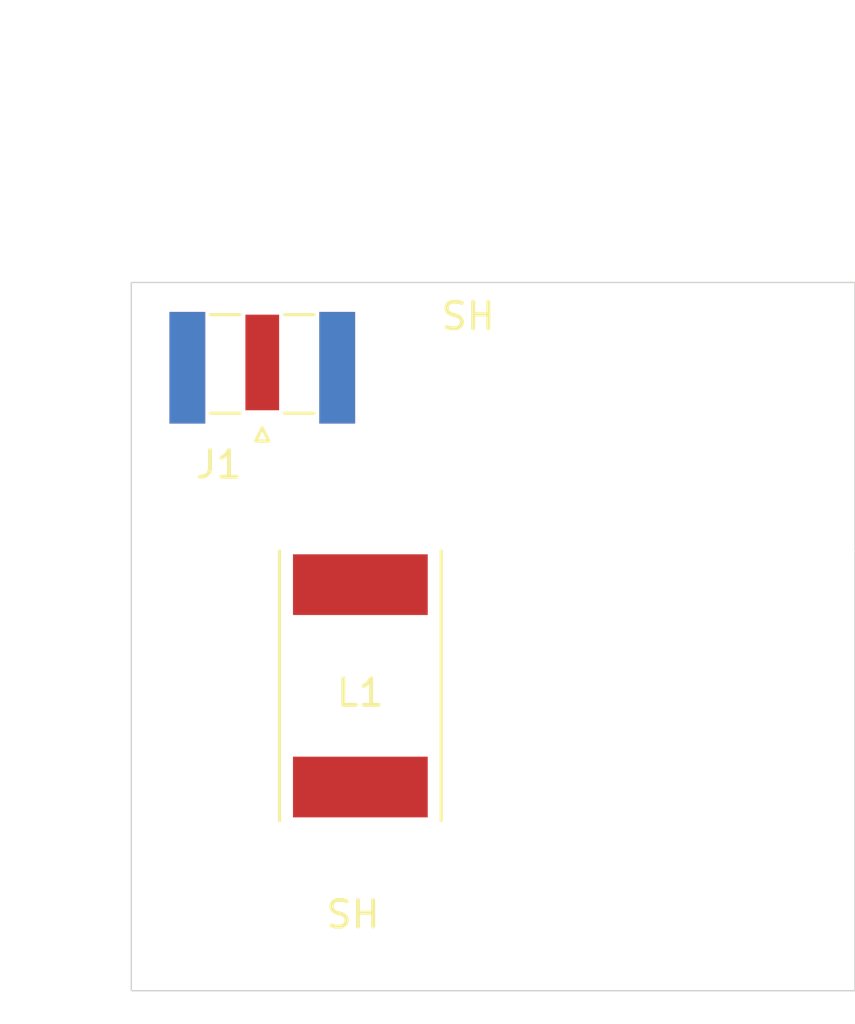
<source format=kicad_pcb>
(kicad_pcb (version 20241229) (generator "pcbnew") (generator_version "9.0")
  (layers (0 "F.Cu" signal) (2 "B.Cu" signal) (13 "F.Paste" user) (15 "B.Paste" user) (5 "F.SilkS" user "F.Silkscreen") (7 "B.SilkS" user "B.Silkscreen") (1 "F.Mask" user) (3 "B.Mask" user) (25 "Edge.Cuts" user))
  (net 0 "")
  (net 1 "GND")
  (net 2 "Net-(J1-Pad1)")
  (footprint "Connector_Coaxial:SMA_Samtec_SMA-J-P-X-ST-EM1_EdgeMount" (layer "F.Cu") (at 139.05 99.9855 180)
    (property "Reference" "J1" (at 1.636 -3.6465 0) (layer "F.SilkS"))
    (property "Value" "Conn_Coaxial")
    (fp_line (start 0.84 2) (end 1.95 2) (stroke (width 0.12)) (layer "F.SilkS"))
    (fp_line (start 0.84 -1.71) (end 1.95 -1.71) (stroke (width 0.12)) (layer "F.SilkS"))
    (fp_line (start 0.25 -2.76) (end -0.25 -2.76) (stroke (width 0.12)) (layer "F.SilkS"))
    (fp_line (start 0 -2.26) (end 0.25 -2.76) (stroke (width 0.12)) (layer "F.SilkS"))
    (fp_line (start -0.25 -2.76) (end 0 -2.26) (stroke (width 0.12)) (layer "F.SilkS"))
    (fp_line (start -1.95 2) (end -0.84 2) (stroke (width 0.12)) (layer "F.SilkS"))
    (fp_line (start -1.95 -1.71) (end -0.84 -1.71) (stroke (width 0.12)) (layer "F.SilkS"))
    (pad "1" smd rect (at 0 0.2 180) (size 1.27 3.6) (layers "F.Cu" "F.Mask" "F.Paste") (net 2 "Net-(J1-Pad1)"))
    (pad "2" smd rect (at -2.825 0 180) (size 1.35 4.2) (layers "F.Cu" "F.Mask" "F.Paste") (net 1 "GND"))
    (pad "2" smd rect (at -2.825 0 180) (size 1.35 4.2) (layers "B.Cu" "B.Mask" "B.Paste") (net 1 "GND"))
    (pad "2" smd rect (at 2.825 0 180) (size 1.35 4.2) (layers "F.Cu" "F.Mask" "F.Paste") (net 1 "GND"))
    (pad "2" smd rect (at 2.825 0 180) (size 1.35 4.2) (layers "B.Cu" "B.Mask" "B.Paste") (net 1 "GND"))
  )
  (footprint "L_Coil:L_Coil" (layer "F.Cu") (at 142.748 109.1692 180)
    (property "Reference" "L1" (at 0 -3.056 0) (layer "F.SilkS"))
    (property "Value" "L")
    (fp_line (start 3.048 -7.874) (end 3.048 2.286) (stroke (width 0.12)) (layer "F.SilkS"))
    (fp_line (start -3.048 -7.874) (end -3.048 2.286) (stroke (width 0.12)) (layer "F.SilkS"))
    (pad "1" smd rect (at 0 1.016 180) (size 5.08 2.286) (layers "F.Cu" "F.Mask" "F.Paste") (net 2 "Net-(J1-Pad1)"))
    (pad "2" smd rect (at 0 -6.604 180) (size 5.08 2.286) (layers "F.Cu" "F.Mask" "F.Paste") (net 1 "GND"))
  )
  (footprint "MountingHole:MountingHole_2.2mm_M2" (layer "F.Cu") (at 139.065 120.65)
    (property "Reference" "SH" (at 3.4036 -0.0762 0) (layer "F.SilkS"))
    (property "Value" "MountingHole_2.2mm_M2")
    (pad "" np_thru_hole circle (at 0 0) (size 2.2 2.2) (drill 2.2) (layers "*.Cu" "*.Mask"))
  )
  (footprint "MountingHole:MountingHole_2.2mm_M2" (layer "F.Cu") (at 146.812 101.346)
    (property "Reference" "SH" (at 0 -3.302 0) (layer "F.SilkS"))
    (property "Value" "MountingHole_2.2mm_M2")
    (pad "" np_thru_hole circle (at 0 0) (size 2.2 2.2) (drill 2.2) (layers "*.Cu" "*.Mask"))
  )
  (gr_line (start 161.3916 96.774) (end 161.3916 106.8832) (stroke (width 0.05)) (layer "Edge.Cuts"))
  (gr_line (start 161.3916 106.934) (end 161.3916 123.444) (stroke (width 0.05)) (layer "Edge.Cuts"))
  (gr_line (start 134.112 96.774) (end 161.3916 96.774) (stroke (width 0.05)) (layer "Edge.Cuts"))
  (gr_line (start 161.3916 123.444) (end 134.112 123.444) (stroke (width 0.05)) (layer "Edge.Cuts"))
  (gr_line (start 134.112 123.444) (end 134.112 96.774) (stroke (width 0.05)) (layer "Edge.Cuts"))
)
</source>
